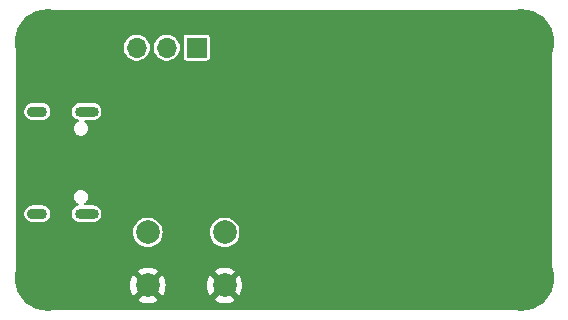
<source format=gbr>
%TF.GenerationSoftware,KiCad,Pcbnew,7.0.1*%
%TF.CreationDate,2024-01-02T22:47:16+00:00*%
%TF.ProjectId,module_test_rig,6d6f6475-6c65-45f7-9465-73745f726967,rev?*%
%TF.SameCoordinates,Original*%
%TF.FileFunction,Copper,L2,Bot*%
%TF.FilePolarity,Positive*%
%FSLAX46Y46*%
G04 Gerber Fmt 4.6, Leading zero omitted, Abs format (unit mm)*
G04 Created by KiCad (PCBNEW 7.0.1) date 2024-01-02 22:47:16*
%MOMM*%
%LPD*%
G01*
G04 APERTURE LIST*
%TA.AperFunction,ComponentPad*%
%ADD10C,3.600000*%
%TD*%
%TA.AperFunction,ConnectorPad*%
%ADD11C,5.600000*%
%TD*%
%TA.AperFunction,ComponentPad*%
%ADD12R,1.700000X1.700000*%
%TD*%
%TA.AperFunction,ComponentPad*%
%ADD13O,1.700000X1.700000*%
%TD*%
%TA.AperFunction,ComponentPad*%
%ADD14C,2.000000*%
%TD*%
%TA.AperFunction,ComponentPad*%
%ADD15O,2.000000X0.900000*%
%TD*%
%TA.AperFunction,ComponentPad*%
%ADD16O,1.700000X0.900000*%
%TD*%
%TA.AperFunction,ViaPad*%
%ADD17C,0.450000*%
%TD*%
G04 APERTURE END LIST*
D10*
%TO.P,H105,1,1*%
%TO.N,GND*%
X135000000Y-75000000D03*
D11*
X135000000Y-75000000D03*
%TD*%
D12*
%TO.P,SW101,1,A*%
%TO.N,VBUS*%
X147580000Y-75500000D03*
D13*
%TO.P,SW101,2,B*%
%TO.N,/VIN*%
X145040000Y-75500000D03*
%TO.P,SW101,3,C*%
%TO.N,unconnected-(SW101-C-Pad3)*%
X142500000Y-75500000D03*
%TD*%
D10*
%TO.P,H107,1,1*%
%TO.N,GND*%
X175000001Y-74999999D03*
D11*
X175000001Y-74999999D03*
%TD*%
D14*
%TO.P,SW102,1,1*%
%TO.N,/STM32_RST*%
X143450000Y-91150000D03*
X149950000Y-91150000D03*
%TO.P,SW102,2,2*%
%TO.N,GND*%
X143450000Y-95650000D03*
X149950000Y-95650000D03*
%TD*%
D10*
%TO.P,H108,1,1*%
%TO.N,GND*%
X175000001Y-94999999D03*
D11*
X175000001Y-94999999D03*
%TD*%
D10*
%TO.P,H106,1,1*%
%TO.N,GND*%
X135000000Y-95000000D03*
D11*
X135000000Y-95000000D03*
%TD*%
D15*
%TO.P,J103,S1,SHIELD*%
%TO.N,unconnected-(J103-SHIELD-PadS1)*%
X138270000Y-80925000D03*
%TO.P,J103,S2,SHIELD*%
%TO.N,unconnected-(J103-SHIELD-PadS2)*%
X138270000Y-89575000D03*
D16*
%TO.P,J103,S3,SHIELD*%
%TO.N,unconnected-(J103-SHIELD-PadS3)*%
X134100000Y-80925000D03*
%TO.P,J103,S4,SHIELD*%
%TO.N,unconnected-(J103-SHIELD-PadS4)*%
X134100000Y-89575000D03*
%TD*%
D17*
%TO.N,GND*%
X176660000Y-82460000D03*
X143500000Y-82000000D03*
X151950000Y-80350000D03*
X142300000Y-85900000D03*
X176700000Y-86270000D03*
X140100000Y-88500000D03*
X159000000Y-79700000D03*
X150300000Y-78600000D03*
X176700000Y-85000000D03*
X140200000Y-81700000D03*
%TD*%
%TA.AperFunction,Conductor*%
%TO.N,GND*%
G36*
X175003473Y-72300694D02*
G01*
X175295307Y-72317083D01*
X175309104Y-72318637D01*
X175593828Y-72367014D01*
X175607385Y-72370108D01*
X175884900Y-72450059D01*
X175898025Y-72454652D01*
X175945323Y-72474243D01*
X176164842Y-72565171D01*
X176177356Y-72571197D01*
X176343444Y-72662991D01*
X176430125Y-72710898D01*
X176441899Y-72718296D01*
X176519846Y-72773602D01*
X176677440Y-72885421D01*
X176688308Y-72894089D01*
X176903642Y-73086525D01*
X176913474Y-73096357D01*
X177105910Y-73311691D01*
X177114581Y-73322563D01*
X177281703Y-73558100D01*
X177289101Y-73569874D01*
X177428798Y-73822636D01*
X177434831Y-73835164D01*
X177545347Y-74101974D01*
X177549940Y-74115099D01*
X177629891Y-74392614D01*
X177632985Y-74406171D01*
X177681360Y-74690884D01*
X177682917Y-74704702D01*
X177699306Y-74996527D01*
X177699501Y-75003480D01*
X177699501Y-94996518D01*
X177699306Y-95003471D01*
X177682917Y-95295295D01*
X177681360Y-95309113D01*
X177632985Y-95593827D01*
X177629891Y-95607384D01*
X177549940Y-95884899D01*
X177545347Y-95898023D01*
X177434832Y-96164833D01*
X177428798Y-96177363D01*
X177289100Y-96430125D01*
X177281703Y-96441898D01*
X177114585Y-96677430D01*
X177105915Y-96688302D01*
X176913476Y-96903642D01*
X176903643Y-96913475D01*
X176688303Y-97105914D01*
X176677431Y-97114584D01*
X176441900Y-97281702D01*
X176430126Y-97289100D01*
X176177363Y-97428798D01*
X176164835Y-97434831D01*
X175898026Y-97545347D01*
X175884901Y-97549940D01*
X175607385Y-97629891D01*
X175593828Y-97632985D01*
X175309115Y-97681360D01*
X175295297Y-97682917D01*
X175003508Y-97699304D01*
X174996555Y-97699499D01*
X174952406Y-97699499D01*
X174952405Y-97699499D01*
X135003479Y-97699499D01*
X134996527Y-97699304D01*
X134976026Y-97698152D01*
X134704704Y-97682916D01*
X134690886Y-97681359D01*
X134406172Y-97632984D01*
X134392615Y-97629890D01*
X134115100Y-97549939D01*
X134101975Y-97545346D01*
X133835165Y-97434830D01*
X133822637Y-97428797D01*
X133569874Y-97289100D01*
X133558100Y-97281702D01*
X133322569Y-97114584D01*
X133311697Y-97105914D01*
X133096357Y-96913475D01*
X133086524Y-96903642D01*
X133019489Y-96828630D01*
X132989458Y-96795025D01*
X133558528Y-96795025D01*
X133596843Y-96828628D01*
X133847532Y-96996132D01*
X134117941Y-97129483D01*
X134403438Y-97226396D01*
X134699139Y-97285215D01*
X135000000Y-97304934D01*
X135300860Y-97285215D01*
X135596561Y-97226396D01*
X135882058Y-97129483D01*
X136152467Y-96996132D01*
X136335835Y-96873610D01*
X142579942Y-96873610D01*
X142626766Y-96910055D01*
X142845393Y-97028368D01*
X143080506Y-97109083D01*
X143325707Y-97150000D01*
X143574293Y-97150000D01*
X143819493Y-97109083D01*
X144054606Y-97028368D01*
X144273233Y-96910053D01*
X144320055Y-96873610D01*
X149079942Y-96873610D01*
X149126766Y-96910055D01*
X149345393Y-97028368D01*
X149580506Y-97109083D01*
X149825707Y-97150000D01*
X150074293Y-97150000D01*
X150319493Y-97109083D01*
X150554606Y-97028368D01*
X150773233Y-96910053D01*
X150820056Y-96873609D01*
X150741471Y-96795024D01*
X173558529Y-96795024D01*
X173596844Y-96828627D01*
X173847533Y-96996131D01*
X174117942Y-97129482D01*
X174403439Y-97226395D01*
X174699140Y-97285214D01*
X175000001Y-97304933D01*
X175300861Y-97285214D01*
X175596562Y-97226395D01*
X175882059Y-97129482D01*
X176152468Y-96996131D01*
X176403154Y-96828629D01*
X176441471Y-96795023D01*
X176441471Y-96795022D01*
X175000002Y-95353552D01*
X175000001Y-95353552D01*
X173558529Y-96795023D01*
X173558529Y-96795024D01*
X150741471Y-96795024D01*
X149950000Y-96003553D01*
X149079942Y-96873609D01*
X149079942Y-96873610D01*
X144320055Y-96873610D01*
X144320056Y-96873609D01*
X143450000Y-96003553D01*
X142579942Y-96873609D01*
X142579942Y-96873610D01*
X136335835Y-96873610D01*
X136403153Y-96828630D01*
X136441470Y-96795024D01*
X136441470Y-96795023D01*
X135000001Y-95353553D01*
X135000000Y-95353553D01*
X133558528Y-96795024D01*
X133558528Y-96795025D01*
X132989458Y-96795025D01*
X132894085Y-96688302D01*
X132885415Y-96677430D01*
X132718297Y-96441899D01*
X132710899Y-96430125D01*
X132571202Y-96177362D01*
X132565172Y-96164841D01*
X132454653Y-95898024D01*
X132450060Y-95884899D01*
X132370109Y-95607384D01*
X132367015Y-95593827D01*
X132353965Y-95517020D01*
X132318638Y-95309103D01*
X132317084Y-95295306D01*
X132300695Y-95003471D01*
X132300598Y-95000000D01*
X132695065Y-95000000D01*
X132714784Y-95300860D01*
X132773603Y-95596561D01*
X132870516Y-95882058D01*
X133003867Y-96152467D01*
X133171371Y-96403156D01*
X133204973Y-96441470D01*
X133204974Y-96441470D01*
X134646446Y-95000001D01*
X135353553Y-95000001D01*
X136795023Y-96441470D01*
X136795024Y-96441470D01*
X136828630Y-96403153D01*
X136996132Y-96152467D01*
X137129483Y-95882058D01*
X137208256Y-95650000D01*
X141944858Y-95650000D01*
X141965386Y-95897732D01*
X142026413Y-96138721D01*
X142126268Y-96366370D01*
X142226563Y-96519882D01*
X142226564Y-96519882D01*
X143096447Y-95650001D01*
X143803553Y-95650001D01*
X144673434Y-96519882D01*
X144773730Y-96366369D01*
X144873586Y-96138721D01*
X144934613Y-95897732D01*
X144955141Y-95650000D01*
X148444858Y-95650000D01*
X148465386Y-95897732D01*
X148526413Y-96138721D01*
X148626268Y-96366370D01*
X148726563Y-96519882D01*
X148726564Y-96519882D01*
X149596447Y-95650001D01*
X150303553Y-95650001D01*
X151173434Y-96519882D01*
X151273730Y-96366369D01*
X151373586Y-96138721D01*
X151434613Y-95897732D01*
X151455141Y-95650000D01*
X151434613Y-95402267D01*
X151373586Y-95161278D01*
X151302842Y-94999999D01*
X172695066Y-94999999D01*
X172714785Y-95300859D01*
X172773604Y-95596560D01*
X172870517Y-95882057D01*
X173003868Y-96152466D01*
X173171372Y-96403155D01*
X173204974Y-96441469D01*
X173204975Y-96441469D01*
X174646447Y-95000000D01*
X174646447Y-94999999D01*
X175353554Y-94999999D01*
X176795024Y-96441469D01*
X176795025Y-96441469D01*
X176828631Y-96403152D01*
X176996133Y-96152466D01*
X177129484Y-95882057D01*
X177226397Y-95596560D01*
X177285216Y-95300859D01*
X177304935Y-94999999D01*
X177285216Y-94699138D01*
X177226397Y-94403437D01*
X177129484Y-94117941D01*
X176996131Y-93847528D01*
X176828632Y-93596845D01*
X176795026Y-93558527D01*
X176795025Y-93558527D01*
X175353554Y-94999999D01*
X174646447Y-94999999D01*
X174036319Y-94389871D01*
X174009439Y-94349643D01*
X174000000Y-94302190D01*
X174000000Y-93945807D01*
X174013515Y-93889512D01*
X174051115Y-93845489D01*
X174104602Y-93823334D01*
X174162318Y-93827876D01*
X174211681Y-93858126D01*
X175000001Y-94646445D01*
X175000002Y-94646445D01*
X176441471Y-93204973D01*
X176441471Y-93204972D01*
X176403157Y-93171370D01*
X176152468Y-93003866D01*
X175882059Y-92870515D01*
X175596562Y-92773602D01*
X175300861Y-92714783D01*
X175000001Y-92695064D01*
X174699140Y-92714783D01*
X174403439Y-92773602D01*
X174117943Y-92870515D01*
X173847534Y-93003866D01*
X173596845Y-93171370D01*
X173558528Y-93204972D01*
X173558528Y-93204973D01*
X173841874Y-93488319D01*
X173872124Y-93537682D01*
X173876666Y-93595398D01*
X173854511Y-93648885D01*
X173810488Y-93686485D01*
X173754193Y-93700000D01*
X173397810Y-93700000D01*
X173350357Y-93690561D01*
X173310128Y-93663681D01*
X173204974Y-93558527D01*
X173171372Y-93596843D01*
X173003868Y-93847532D01*
X172870517Y-94117941D01*
X172773604Y-94403437D01*
X172714785Y-94699138D01*
X172695066Y-94999999D01*
X151302842Y-94999999D01*
X151273730Y-94933630D01*
X151173434Y-94780116D01*
X150303553Y-95650000D01*
X150303553Y-95650001D01*
X149596447Y-95650001D01*
X149596447Y-95650000D01*
X148726564Y-94780116D01*
X148626266Y-94933634D01*
X148526413Y-95161278D01*
X148465386Y-95402267D01*
X148444858Y-95650000D01*
X144955141Y-95650000D01*
X144934613Y-95402267D01*
X144873586Y-95161278D01*
X144773730Y-94933630D01*
X144673434Y-94780116D01*
X143803553Y-95650000D01*
X143803553Y-95650001D01*
X143096447Y-95650001D01*
X143096447Y-95650000D01*
X142226564Y-94780116D01*
X142126266Y-94933634D01*
X142026413Y-95161278D01*
X141965386Y-95402267D01*
X141944858Y-95650000D01*
X137208256Y-95650000D01*
X137226396Y-95596561D01*
X137285215Y-95300860D01*
X137304934Y-95000000D01*
X137285215Y-94699139D01*
X137230961Y-94426390D01*
X142579942Y-94426390D01*
X143450000Y-95296447D01*
X143450001Y-95296447D01*
X144320057Y-94426390D01*
X149079942Y-94426390D01*
X149950000Y-95296447D01*
X149950001Y-95296447D01*
X150820057Y-94426390D01*
X150820056Y-94426388D01*
X150773235Y-94389947D01*
X150554606Y-94271631D01*
X150319493Y-94190916D01*
X150074293Y-94150000D01*
X149825707Y-94150000D01*
X149580506Y-94190916D01*
X149345393Y-94271631D01*
X149126764Y-94389946D01*
X149079942Y-94426388D01*
X149079942Y-94426390D01*
X144320057Y-94426390D01*
X144320056Y-94426388D01*
X144273235Y-94389947D01*
X144054606Y-94271631D01*
X143819493Y-94190916D01*
X143574293Y-94150000D01*
X143325707Y-94150000D01*
X143080506Y-94190916D01*
X142845393Y-94271631D01*
X142626764Y-94389946D01*
X142579942Y-94426388D01*
X142579942Y-94426390D01*
X137230961Y-94426390D01*
X137226396Y-94403438D01*
X137129483Y-94117942D01*
X136996130Y-93847529D01*
X136828631Y-93596846D01*
X136795025Y-93558528D01*
X136795024Y-93558528D01*
X135353553Y-95000000D01*
X135353553Y-95000001D01*
X134646446Y-95000001D01*
X134646446Y-95000000D01*
X133204974Y-93558527D01*
X133204973Y-93558527D01*
X133171371Y-93596844D01*
X133003867Y-93847533D01*
X132870516Y-94117942D01*
X132773603Y-94403438D01*
X132714784Y-94699139D01*
X132695065Y-95000000D01*
X132300598Y-95000000D01*
X132300500Y-94996519D01*
X132300500Y-93204974D01*
X133558527Y-93204974D01*
X135000000Y-94646446D01*
X135000001Y-94646446D01*
X136441470Y-93204974D01*
X136441470Y-93204973D01*
X136403156Y-93171371D01*
X136152467Y-93003867D01*
X135882058Y-92870516D01*
X135596561Y-92773603D01*
X135300860Y-92714784D01*
X135000000Y-92695065D01*
X134699139Y-92714784D01*
X134403438Y-92773603D01*
X134117942Y-92870516D01*
X133847533Y-93003867D01*
X133596844Y-93171371D01*
X133558527Y-93204973D01*
X133558527Y-93204974D01*
X132300500Y-93204974D01*
X132300500Y-91149999D01*
X142194722Y-91149999D01*
X142213792Y-91367974D01*
X142213793Y-91367977D01*
X142270425Y-91579330D01*
X142362898Y-91777639D01*
X142488402Y-91956877D01*
X142643123Y-92111598D01*
X142822361Y-92237102D01*
X143020670Y-92329575D01*
X143232023Y-92386207D01*
X143450000Y-92405277D01*
X143667977Y-92386207D01*
X143879330Y-92329575D01*
X144077639Y-92237102D01*
X144256877Y-92111598D01*
X144411598Y-91956877D01*
X144537102Y-91777639D01*
X144629575Y-91579330D01*
X144686207Y-91367977D01*
X144705277Y-91150000D01*
X144705277Y-91149999D01*
X148694722Y-91149999D01*
X148713792Y-91367974D01*
X148713793Y-91367977D01*
X148770425Y-91579330D01*
X148862898Y-91777639D01*
X148988402Y-91956877D01*
X149143123Y-92111598D01*
X149322361Y-92237102D01*
X149520670Y-92329575D01*
X149732023Y-92386207D01*
X149950000Y-92405277D01*
X150167977Y-92386207D01*
X150379330Y-92329575D01*
X150577639Y-92237102D01*
X150756877Y-92111598D01*
X150911598Y-91956877D01*
X151037102Y-91777639D01*
X151129575Y-91579330D01*
X151186207Y-91367977D01*
X151205277Y-91150000D01*
X151186207Y-90932023D01*
X151129575Y-90720670D01*
X151037102Y-90522362D01*
X150911598Y-90343123D01*
X150756877Y-90188402D01*
X150577639Y-90062898D01*
X150486205Y-90020261D01*
X150379331Y-89970425D01*
X150167974Y-89913792D01*
X149950000Y-89894722D01*
X149732025Y-89913792D01*
X149520668Y-89970425D01*
X149322361Y-90062898D01*
X149143122Y-90188402D01*
X148988402Y-90343122D01*
X148862898Y-90522361D01*
X148770425Y-90720668D01*
X148713792Y-90932025D01*
X148694722Y-91149999D01*
X144705277Y-91149999D01*
X144686207Y-90932023D01*
X144629575Y-90720670D01*
X144537102Y-90522362D01*
X144411598Y-90343123D01*
X144256877Y-90188402D01*
X144077639Y-90062898D01*
X143986205Y-90020261D01*
X143879331Y-89970425D01*
X143667974Y-89913792D01*
X143450000Y-89894722D01*
X143232025Y-89913792D01*
X143020668Y-89970425D01*
X142822361Y-90062898D01*
X142643122Y-90188402D01*
X142488402Y-90343122D01*
X142362898Y-90522361D01*
X142270425Y-90720668D01*
X142213792Y-90932025D01*
X142194722Y-91149999D01*
X132300500Y-91149999D01*
X132300500Y-89660055D01*
X132999500Y-89660055D01*
X133040209Y-89825224D01*
X133111780Y-89961588D01*
X133119266Y-89975852D01*
X133232071Y-90103183D01*
X133372070Y-90199818D01*
X133531128Y-90260140D01*
X133657628Y-90275500D01*
X134542371Y-90275500D01*
X134542372Y-90275500D01*
X134668872Y-90260140D01*
X134827930Y-90199818D01*
X134967929Y-90103183D01*
X135080734Y-89975852D01*
X135159790Y-89825225D01*
X135200500Y-89660056D01*
X135200500Y-89660055D01*
X137019500Y-89660055D01*
X137060209Y-89825224D01*
X137131780Y-89961588D01*
X137139266Y-89975852D01*
X137252071Y-90103183D01*
X137392070Y-90199818D01*
X137551128Y-90260140D01*
X137677628Y-90275500D01*
X138862371Y-90275500D01*
X138862372Y-90275500D01*
X138988872Y-90260140D01*
X139147930Y-90199818D01*
X139287929Y-90103183D01*
X139400734Y-89975852D01*
X139479790Y-89825225D01*
X139520500Y-89660056D01*
X139520500Y-89489944D01*
X139479790Y-89324775D01*
X139400734Y-89174148D01*
X139287929Y-89046817D01*
X139287928Y-89046816D01*
X139287927Y-89046815D01*
X139147930Y-88950182D01*
X138988872Y-88889860D01*
X138862372Y-88874500D01*
X138174503Y-88874500D01*
X138115335Y-88859473D01*
X138070508Y-88818035D01*
X138050885Y-88760229D01*
X138061223Y-88700064D01*
X138099017Y-88652124D01*
X138208282Y-88568282D01*
X138208281Y-88568282D01*
X138304536Y-88442841D01*
X138365044Y-88296762D01*
X138385682Y-88140000D01*
X138365044Y-87983238D01*
X138304536Y-87837159D01*
X138208282Y-87711717D01*
X138082840Y-87615463D01*
X137936762Y-87554956D01*
X137819362Y-87539500D01*
X137819361Y-87539500D01*
X137740639Y-87539500D01*
X137740638Y-87539500D01*
X137623237Y-87554956D01*
X137477159Y-87615463D01*
X137351717Y-87711717D01*
X137255463Y-87837159D01*
X137194956Y-87983237D01*
X137174317Y-88139999D01*
X137194956Y-88296762D01*
X137255463Y-88442840D01*
X137351717Y-88568282D01*
X137447970Y-88642139D01*
X137477159Y-88664536D01*
X137500063Y-88674023D01*
X137507650Y-88677166D01*
X137554972Y-88711767D01*
X137581112Y-88764239D01*
X137580226Y-88822855D01*
X137552514Y-88874514D01*
X137504168Y-88907669D01*
X137392070Y-88950181D01*
X137252072Y-89046815D01*
X137139265Y-89174149D01*
X137060209Y-89324775D01*
X137019500Y-89489945D01*
X137019500Y-89660055D01*
X135200500Y-89660055D01*
X135200500Y-89489944D01*
X135159790Y-89324775D01*
X135080734Y-89174148D01*
X134967929Y-89046817D01*
X134967928Y-89046816D01*
X134967927Y-89046815D01*
X134827930Y-88950182D01*
X134668872Y-88889860D01*
X134542372Y-88874500D01*
X133657628Y-88874500D01*
X133594377Y-88882180D01*
X133531127Y-88889860D01*
X133372069Y-88950182D01*
X133232072Y-89046815D01*
X133119265Y-89174149D01*
X133040209Y-89324775D01*
X132999500Y-89489945D01*
X132999500Y-89660055D01*
X132300500Y-89660055D01*
X132300500Y-81010055D01*
X132999500Y-81010055D01*
X133040209Y-81175224D01*
X133040210Y-81175225D01*
X133119266Y-81325852D01*
X133232071Y-81453183D01*
X133372070Y-81549818D01*
X133531128Y-81610140D01*
X133657628Y-81625500D01*
X134542371Y-81625500D01*
X134542372Y-81625500D01*
X134668872Y-81610140D01*
X134827930Y-81549818D01*
X134967929Y-81453183D01*
X135080734Y-81325852D01*
X135159790Y-81175225D01*
X135200500Y-81010056D01*
X135200500Y-81010055D01*
X137019500Y-81010055D01*
X137060209Y-81175224D01*
X137060210Y-81175225D01*
X137139266Y-81325852D01*
X137252071Y-81453183D01*
X137392070Y-81549818D01*
X137504167Y-81592330D01*
X137552513Y-81625485D01*
X137580226Y-81677143D01*
X137581112Y-81735758D01*
X137554974Y-81788231D01*
X137507652Y-81822832D01*
X137477159Y-81835462D01*
X137351717Y-81931717D01*
X137255463Y-82057159D01*
X137194956Y-82203237D01*
X137174317Y-82360000D01*
X137194956Y-82516762D01*
X137255463Y-82662840D01*
X137351717Y-82788282D01*
X137477159Y-82884536D01*
X137623238Y-82945044D01*
X137725182Y-82958465D01*
X137740638Y-82960500D01*
X137740639Y-82960500D01*
X137819361Y-82960500D01*
X137819362Y-82960500D01*
X137833019Y-82958701D01*
X137936762Y-82945044D01*
X138082841Y-82884536D01*
X138208282Y-82788282D01*
X138304536Y-82662841D01*
X138365044Y-82516762D01*
X138385682Y-82360000D01*
X138365044Y-82203238D01*
X138304536Y-82057159D01*
X138208282Y-81931717D01*
X138099017Y-81847876D01*
X138061223Y-81799936D01*
X138050885Y-81739771D01*
X138070508Y-81681965D01*
X138115335Y-81640527D01*
X138174503Y-81625500D01*
X138862371Y-81625500D01*
X138862372Y-81625500D01*
X138988872Y-81610140D01*
X139147930Y-81549818D01*
X139287929Y-81453183D01*
X139400734Y-81325852D01*
X139479790Y-81175225D01*
X139520500Y-81010056D01*
X139520500Y-80839944D01*
X139479790Y-80674775D01*
X139400734Y-80524148D01*
X139287929Y-80396817D01*
X139287928Y-80396816D01*
X139287927Y-80396815D01*
X139147930Y-80300182D01*
X138988872Y-80239860D01*
X138862372Y-80224500D01*
X137677628Y-80224500D01*
X137614377Y-80232180D01*
X137551127Y-80239860D01*
X137392069Y-80300182D01*
X137252072Y-80396815D01*
X137139265Y-80524149D01*
X137060209Y-80674775D01*
X137019500Y-80839945D01*
X137019500Y-81010055D01*
X135200500Y-81010055D01*
X135200500Y-80839944D01*
X135159790Y-80674775D01*
X135080734Y-80524148D01*
X134967929Y-80396817D01*
X134967928Y-80396816D01*
X134967927Y-80396815D01*
X134827930Y-80300182D01*
X134668872Y-80239860D01*
X134542372Y-80224500D01*
X133657628Y-80224500D01*
X133594377Y-80232180D01*
X133531127Y-80239860D01*
X133372069Y-80300182D01*
X133232072Y-80396815D01*
X133119265Y-80524149D01*
X133040209Y-80674775D01*
X132999500Y-80839945D01*
X132999500Y-81010055D01*
X132300500Y-81010055D01*
X132300500Y-76795025D01*
X133558528Y-76795025D01*
X133596843Y-76828628D01*
X133847532Y-76996132D01*
X134117941Y-77129483D01*
X134403438Y-77226396D01*
X134699139Y-77285215D01*
X135000000Y-77304934D01*
X135300860Y-77285215D01*
X135596561Y-77226396D01*
X135882058Y-77129483D01*
X136152467Y-76996132D01*
X136403153Y-76828630D01*
X136441470Y-76795024D01*
X173558529Y-76795024D01*
X173596844Y-76828627D01*
X173847533Y-76996131D01*
X174117942Y-77129482D01*
X174403439Y-77226395D01*
X174699140Y-77285214D01*
X175000001Y-77304933D01*
X175300861Y-77285214D01*
X175596562Y-77226395D01*
X175882059Y-77129482D01*
X176152468Y-76996131D01*
X176403154Y-76828629D01*
X176441471Y-76795023D01*
X176441471Y-76795022D01*
X175000002Y-75353552D01*
X175000001Y-75353552D01*
X173558529Y-76795023D01*
X173558529Y-76795024D01*
X136441470Y-76795024D01*
X136441470Y-76795023D01*
X135000001Y-75353553D01*
X135000000Y-75353553D01*
X133558528Y-76795024D01*
X133558528Y-76795025D01*
X132300500Y-76795025D01*
X132300500Y-75003480D01*
X132300598Y-75000000D01*
X132695065Y-75000000D01*
X132714784Y-75300860D01*
X132773603Y-75596561D01*
X132870516Y-75882058D01*
X133003867Y-76152467D01*
X133171371Y-76403156D01*
X133204973Y-76441470D01*
X133204974Y-76441470D01*
X134646446Y-75000001D01*
X135353553Y-75000001D01*
X136795023Y-76441470D01*
X136795024Y-76441470D01*
X136828630Y-76403153D01*
X136996132Y-76152467D01*
X137129483Y-75882058D01*
X137226396Y-75596561D01*
X137245603Y-75500000D01*
X141394785Y-75500000D01*
X141413602Y-75703083D01*
X141469418Y-75899251D01*
X141560324Y-76081818D01*
X141683236Y-76244580D01*
X141833958Y-76381981D01*
X142007361Y-76489347D01*
X142007363Y-76489348D01*
X142197544Y-76563024D01*
X142398024Y-76600500D01*
X142601974Y-76600500D01*
X142601976Y-76600500D01*
X142802456Y-76563024D01*
X142992637Y-76489348D01*
X143166041Y-76381981D01*
X143316764Y-76244579D01*
X143439673Y-76081821D01*
X143439673Y-76081819D01*
X143439675Y-76081818D01*
X143485313Y-75990161D01*
X143530582Y-75899250D01*
X143586397Y-75703083D01*
X143605215Y-75500000D01*
X143934785Y-75500000D01*
X143953602Y-75703083D01*
X144009418Y-75899251D01*
X144100324Y-76081818D01*
X144223236Y-76244580D01*
X144373958Y-76381981D01*
X144547361Y-76489347D01*
X144547363Y-76489348D01*
X144737544Y-76563024D01*
X144938024Y-76600500D01*
X145141974Y-76600500D01*
X145141976Y-76600500D01*
X145342456Y-76563024D01*
X145532637Y-76489348D01*
X145706041Y-76381981D01*
X145714055Y-76374675D01*
X146479500Y-76374675D01*
X146494033Y-76447738D01*
X146494033Y-76447739D01*
X146494034Y-76447740D01*
X146549399Y-76530601D01*
X146632260Y-76585966D01*
X146668792Y-76593232D01*
X146705325Y-76600500D01*
X146705326Y-76600500D01*
X148454674Y-76600500D01*
X148454675Y-76600500D01*
X148479029Y-76595655D01*
X148527740Y-76585966D01*
X148610601Y-76530601D01*
X148665966Y-76447740D01*
X148680500Y-76374674D01*
X148680500Y-74999999D01*
X172695066Y-74999999D01*
X172714785Y-75300859D01*
X172773604Y-75596560D01*
X172870517Y-75882057D01*
X173003868Y-76152466D01*
X173171372Y-76403155D01*
X173204974Y-76441469D01*
X173204975Y-76441469D01*
X174646447Y-75000000D01*
X174646447Y-74999999D01*
X175353554Y-74999999D01*
X176795024Y-76441469D01*
X176795025Y-76441469D01*
X176828631Y-76403152D01*
X176996133Y-76152466D01*
X177129484Y-75882057D01*
X177226397Y-75596560D01*
X177285216Y-75300859D01*
X177304935Y-74999999D01*
X177285216Y-74699138D01*
X177226397Y-74403437D01*
X177129484Y-74117941D01*
X176996131Y-73847528D01*
X176828632Y-73596845D01*
X176795026Y-73558527D01*
X176795025Y-73558527D01*
X175353554Y-74999999D01*
X174646447Y-74999999D01*
X173204975Y-73558526D01*
X173204974Y-73558526D01*
X173171372Y-73596843D01*
X173003868Y-73847532D01*
X172870517Y-74117941D01*
X172773604Y-74403437D01*
X172714785Y-74699138D01*
X172695066Y-74999999D01*
X148680500Y-74999999D01*
X148680500Y-74625326D01*
X148665966Y-74552260D01*
X148610601Y-74469399D01*
X148527740Y-74414034D01*
X148527739Y-74414033D01*
X148527738Y-74414033D01*
X148454675Y-74399500D01*
X148454674Y-74399500D01*
X146705326Y-74399500D01*
X146705325Y-74399500D01*
X146632261Y-74414033D01*
X146549399Y-74469399D01*
X146494033Y-74552261D01*
X146479500Y-74625325D01*
X146479500Y-76374675D01*
X145714055Y-76374675D01*
X145856764Y-76244579D01*
X145979673Y-76081821D01*
X145979673Y-76081819D01*
X145979675Y-76081818D01*
X146025313Y-75990161D01*
X146070582Y-75899250D01*
X146126397Y-75703083D01*
X146145215Y-75500000D01*
X146126397Y-75296917D01*
X146070582Y-75100750D01*
X146022148Y-75003480D01*
X145979675Y-74918181D01*
X145856763Y-74755419D01*
X145706041Y-74618018D01*
X145532638Y-74510652D01*
X145342457Y-74436976D01*
X145219726Y-74414034D01*
X145141976Y-74399500D01*
X144938024Y-74399500D01*
X144860279Y-74414033D01*
X144737542Y-74436976D01*
X144547361Y-74510652D01*
X144373958Y-74618018D01*
X144223236Y-74755419D01*
X144100324Y-74918181D01*
X144009418Y-75100748D01*
X143953602Y-75296916D01*
X143934785Y-75500000D01*
X143605215Y-75500000D01*
X143586397Y-75296917D01*
X143530582Y-75100750D01*
X143482148Y-75003480D01*
X143439675Y-74918181D01*
X143316763Y-74755419D01*
X143166041Y-74618018D01*
X142992638Y-74510652D01*
X142802457Y-74436976D01*
X142679726Y-74414034D01*
X142601976Y-74399500D01*
X142398024Y-74399500D01*
X142320279Y-74414033D01*
X142197542Y-74436976D01*
X142007361Y-74510652D01*
X141833958Y-74618018D01*
X141683236Y-74755419D01*
X141560324Y-74918181D01*
X141469418Y-75100748D01*
X141413602Y-75296916D01*
X141394785Y-75500000D01*
X137245603Y-75500000D01*
X137285215Y-75300860D01*
X137304934Y-75000000D01*
X137285215Y-74699139D01*
X137226396Y-74403438D01*
X137129483Y-74117942D01*
X136996130Y-73847529D01*
X136828631Y-73596846D01*
X136795025Y-73558528D01*
X136795024Y-73558528D01*
X135353553Y-75000000D01*
X135353553Y-75000001D01*
X134646446Y-75000001D01*
X134646446Y-75000000D01*
X133204974Y-73558527D01*
X133204973Y-73558527D01*
X133171371Y-73596844D01*
X133003867Y-73847533D01*
X132870516Y-74117942D01*
X132773603Y-74403438D01*
X132714784Y-74699139D01*
X132695065Y-75000000D01*
X132300598Y-75000000D01*
X132300695Y-74996527D01*
X132302064Y-74972155D01*
X132317084Y-74704691D01*
X132318638Y-74690898D01*
X132367015Y-74406167D01*
X132370109Y-74392615D01*
X132370110Y-74392614D01*
X132450061Y-74115096D01*
X132454653Y-74101975D01*
X132565175Y-73835151D01*
X132571195Y-73822651D01*
X132710902Y-73569868D01*
X132718297Y-73558100D01*
X132759843Y-73499547D01*
X132885422Y-73322559D01*
X132894077Y-73311705D01*
X132989458Y-73204974D01*
X133558527Y-73204974D01*
X135000000Y-74646446D01*
X135000001Y-74646446D01*
X136441470Y-73204974D01*
X136441470Y-73204973D01*
X173558528Y-73204973D01*
X175000001Y-74646445D01*
X175000002Y-74646445D01*
X176441471Y-73204973D01*
X176441471Y-73204972D01*
X176403157Y-73171370D01*
X176152468Y-73003866D01*
X175882059Y-72870515D01*
X175596562Y-72773602D01*
X175300861Y-72714783D01*
X175000001Y-72695064D01*
X174699140Y-72714783D01*
X174403439Y-72773602D01*
X174117943Y-72870515D01*
X173847534Y-73003866D01*
X173596845Y-73171370D01*
X173558528Y-73204972D01*
X173558528Y-73204973D01*
X136441470Y-73204973D01*
X136403156Y-73171371D01*
X136152467Y-73003867D01*
X135882058Y-72870516D01*
X135596561Y-72773603D01*
X135300860Y-72714784D01*
X135000000Y-72695065D01*
X134699139Y-72714784D01*
X134403438Y-72773603D01*
X134117942Y-72870516D01*
X133847533Y-73003867D01*
X133596844Y-73171371D01*
X133558527Y-73204973D01*
X133558527Y-73204974D01*
X132989458Y-73204974D01*
X133086534Y-73096346D01*
X133096346Y-73086534D01*
X133311705Y-72894077D01*
X133322559Y-72885422D01*
X133558105Y-72718293D01*
X133569868Y-72710902D01*
X133822651Y-72571195D01*
X133835151Y-72565175D01*
X134101979Y-72454651D01*
X134115096Y-72450061D01*
X134392621Y-72370107D01*
X134406167Y-72367015D01*
X134690898Y-72318638D01*
X134704691Y-72317084D01*
X134996527Y-72300695D01*
X135003481Y-72300500D01*
X135098953Y-72300500D01*
X135098958Y-72300499D01*
X174996520Y-72300499D01*
X175003473Y-72300694D01*
G37*
%TD.AperFunction*%
%TD*%
M02*

</source>
